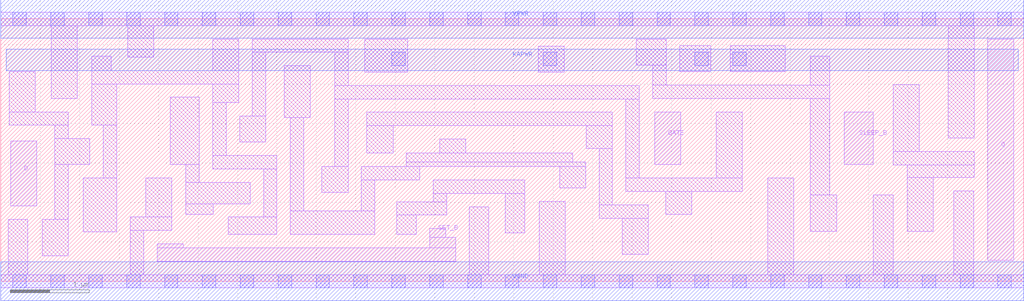
<source format=lef>
# Copyright 2020 The SkyWater PDK Authors
#
# Licensed under the Apache License, Version 2.0 (the "License");
# you may not use this file except in compliance with the License.
# You may obtain a copy of the License at
#
#     https://www.apache.org/licenses/LICENSE-2.0
#
# Unless required by applicable law or agreed to in writing, software
# distributed under the License is distributed on an "AS IS" BASIS,
# WITHOUT WARRANTIES OR CONDITIONS OF ANY KIND, either express or implied.
# See the License for the specific language governing permissions and
# limitations under the License.
#
# SPDX-License-Identifier: Apache-2.0

VERSION 5.7 ;
  NAMESCASESENSITIVE ON ;
  NOWIREEXTENSIONATPIN ON ;
  DIVIDERCHAR "/" ;
  BUSBITCHARS "[]" ;
UNITS
  DATABASE MICRONS 200 ;
END UNITS
MACRO sky130_fd_sc_lp__srdlstp_1
  CLASS CORE ;
  SOURCE USER ;
  FOREIGN sky130_fd_sc_lp__srdlstp_1 ;
  ORIGIN  0.000000  0.000000 ;
  SIZE  12.96000 BY  3.330000 ;
  SYMMETRY X Y R90 ;
  SITE unit ;
  PIN D
    ANTENNAGATEAREA  0.159000 ;
    DIRECTION INPUT ;
    USE SIGNAL ;
    PORT
      LAYER li1 ;
        RECT 0.125000 0.955000 0.455000 1.780000 ;
    END
  END D
  PIN Q
    ANTENNADIFFAREA  0.594300 ;
    DIRECTION OUTPUT ;
    USE SIGNAL ;
    PORT
      LAYER li1 ;
        RECT 12.505000 0.265000 12.835000 3.075000 ;
    END
  END Q
  PIN SET_B
    ANTENNAGATEAREA  0.409000 ;
    DIRECTION INPUT ;
    USE SIGNAL ;
    PORT
      LAYER li1 ;
        RECT 1.980000 0.255000 5.765000 0.425000 ;
        RECT 1.980000 0.425000 2.310000 0.475000 ;
        RECT 5.435000 0.425000 5.765000 0.560000 ;
        RECT 5.435000 0.560000 5.635000 0.670000 ;
    END
  END SET_B
  PIN SLEEP_B
    ANTENNAGATEAREA  0.598000 ;
    DIRECTION INPUT ;
    USE SIGNAL ;
    PORT
      LAYER li1 ;
        RECT 10.685000 1.480000 11.055000 2.150000 ;
    END
  END SLEEP_B
  PIN GATE
    ANTENNAGATEAREA  0.159000 ;
    DIRECTION INPUT ;
    USE CLOCK ;
    PORT
      LAYER li1 ;
        RECT 8.285000 1.480000 8.615000 2.150000 ;
    END
  END GATE
  PIN KAPWR
    DIRECTION INOUT ;
    USE POWER ;
    PORT
      LAYER met1 ;
        RECT 0.070000 2.675000 12.890000 2.945000 ;
    END
  END KAPWR
  PIN VGND
    DIRECTION INOUT ;
    USE GROUND ;
    PORT
      LAYER met1 ;
        RECT 0.000000 -0.245000 12.960000 0.245000 ;
    END
  END VGND
  PIN VPWR
    DIRECTION INOUT ;
    USE POWER ;
    PORT
      LAYER met1 ;
        RECT 0.000000 3.085000 12.960000 3.575000 ;
    END
  END VPWR
  OBS
    LAYER li1 ;
      RECT  0.000000 -0.085000 12.960000 0.085000 ;
      RECT  0.000000  3.245000 12.960000 3.415000 ;
      RECT  0.095000  0.085000  0.345000 0.785000 ;
      RECT  0.105000  1.980000  0.855000 2.150000 ;
      RECT  0.105000  2.150000  0.435000 2.660000 ;
      RECT  0.525000  0.325000  0.855000 0.785000 ;
      RECT  0.640000  2.320000  0.970000 3.245000 ;
      RECT  0.685000  0.785000  0.855000 1.480000 ;
      RECT  0.685000  1.480000  1.130000 1.810000 ;
      RECT  0.685000  1.810000  0.855000 1.980000 ;
      RECT  1.045000  0.630000  1.470000 1.310000 ;
      RECT  1.150000  1.980000  1.470000 2.505000 ;
      RECT  1.150000  2.505000  3.015000 2.675000 ;
      RECT  1.150000  2.675000  1.400000 2.860000 ;
      RECT  1.300000  1.310000  1.470000 1.980000 ;
      RECT  1.610000  2.845000  1.940000 3.245000 ;
      RECT  1.640000  0.085000  1.810000 0.645000 ;
      RECT  1.640000  0.645000  2.165000 0.815000 ;
      RECT  1.835000  0.815000  2.165000 1.310000 ;
      RECT  2.145000  1.480000  2.515000 2.335000 ;
      RECT  2.345000  0.850000  2.690000 0.985000 ;
      RECT  2.345000  0.985000  3.160000 1.255000 ;
      RECT  2.345000  1.255000  2.515000 1.480000 ;
      RECT  2.685000  1.425000  3.500000 1.595000 ;
      RECT  2.685000  1.595000  2.855000 2.265000 ;
      RECT  2.685000  2.265000  3.015000 2.505000 ;
      RECT  2.685000  2.675000  3.015000 3.075000 ;
      RECT  2.880000  0.595000  3.500000 0.815000 ;
      RECT  3.025000  1.765000  3.355000 2.095000 ;
      RECT  3.185000  2.095000  3.355000 2.905000 ;
      RECT  3.185000  2.905000  4.400000 3.075000 ;
      RECT  3.330000  0.815000  3.500000 1.425000 ;
      RECT  3.590000  2.075000  3.920000 2.735000 ;
      RECT  3.670000  0.595000  4.740000 0.895000 ;
      RECT  3.670000  0.895000  3.840000 2.075000 ;
      RECT  4.070000  1.125000  4.400000 1.455000 ;
      RECT  4.230000  1.455000  4.400000 2.315000 ;
      RECT  4.230000  2.315000  8.090000 2.485000 ;
      RECT  4.230000  2.485000  4.400000 2.905000 ;
      RECT  4.570000  0.895000  4.740000 1.285000 ;
      RECT  4.570000  1.285000  5.310000 1.455000 ;
      RECT  4.615000  2.655000  5.155000 3.075000 ;
      RECT  4.640000  1.625000  4.970000 1.975000 ;
      RECT  4.640000  1.975000  7.750000 2.145000 ;
      RECT  5.015000  0.595000  5.265000 0.840000 ;
      RECT  5.015000  0.840000  5.650000 1.010000 ;
      RECT  5.140000  1.455000  7.410000 1.515000 ;
      RECT  5.140000  1.515000  7.250000 1.625000 ;
      RECT  5.480000  1.010000  5.650000 1.115000 ;
      RECT  5.480000  1.115000  6.640000 1.285000 ;
      RECT  5.560000  1.625000  5.890000 1.805000 ;
      RECT  5.935000  0.085000  6.185000 0.945000 ;
      RECT  6.390000  0.615000  6.640000 1.115000 ;
      RECT  6.810000  2.655000  7.140000 2.985000 ;
      RECT  6.820000  0.085000  7.150000 1.015000 ;
      RECT  7.080000  1.185000  7.410000 1.455000 ;
      RECT  7.420000  1.685000  7.750000 1.975000 ;
      RECT  7.580000  0.800000  8.205000 0.970000 ;
      RECT  7.580000  0.970000  7.750000 1.685000 ;
      RECT  7.875000  0.340000  8.205000 0.800000 ;
      RECT  7.920000  1.140000  9.395000 1.310000 ;
      RECT  7.920000  1.310000  8.090000 2.315000 ;
      RECT  8.050000  2.745000  8.430000 3.075000 ;
      RECT  8.260000  2.320000 10.505000 2.490000 ;
      RECT  8.260000  2.490000  8.430000 2.745000 ;
      RECT  8.425000  0.850000  8.755000 1.140000 ;
      RECT  8.600000  2.660000  8.995000 2.990000 ;
      RECT  9.065000  1.310000  9.395000 2.150000 ;
      RECT  9.245000  2.660000  9.940000 2.990000 ;
      RECT  9.715000  0.085000 10.045000 1.310000 ;
      RECT 10.255000  0.635000 10.595000 1.095000 ;
      RECT 10.255000  1.095000 10.505000 2.320000 ;
      RECT 10.255000  2.490000 10.505000 2.860000 ;
      RECT 11.055000  0.085000 11.305000 1.095000 ;
      RECT 11.310000  1.475000 12.335000 1.645000 ;
      RECT 11.310000  1.645000 11.640000 2.495000 ;
      RECT 11.485000  0.635000 11.815000 1.315000 ;
      RECT 11.485000  1.315000 12.335000 1.475000 ;
      RECT 12.005000  1.815000 12.335000 3.245000 ;
      RECT 12.075000  0.085000 12.325000 1.145000 ;
    LAYER mcon ;
      RECT  0.155000 -0.085000  0.325000 0.085000 ;
      RECT  0.155000  3.245000  0.325000 3.415000 ;
      RECT  0.635000 -0.085000  0.805000 0.085000 ;
      RECT  0.635000  3.245000  0.805000 3.415000 ;
      RECT  1.115000 -0.085000  1.285000 0.085000 ;
      RECT  1.115000  3.245000  1.285000 3.415000 ;
      RECT  1.595000 -0.085000  1.765000 0.085000 ;
      RECT  1.595000  3.245000  1.765000 3.415000 ;
      RECT  2.075000 -0.085000  2.245000 0.085000 ;
      RECT  2.075000  3.245000  2.245000 3.415000 ;
      RECT  2.555000 -0.085000  2.725000 0.085000 ;
      RECT  2.555000  3.245000  2.725000 3.415000 ;
      RECT  3.035000 -0.085000  3.205000 0.085000 ;
      RECT  3.035000  3.245000  3.205000 3.415000 ;
      RECT  3.515000 -0.085000  3.685000 0.085000 ;
      RECT  3.515000  3.245000  3.685000 3.415000 ;
      RECT  3.995000 -0.085000  4.165000 0.085000 ;
      RECT  3.995000  3.245000  4.165000 3.415000 ;
      RECT  4.475000 -0.085000  4.645000 0.085000 ;
      RECT  4.475000  3.245000  4.645000 3.415000 ;
      RECT  4.955000 -0.085000  5.125000 0.085000 ;
      RECT  4.955000  2.735000  5.125000 2.905000 ;
      RECT  4.955000  3.245000  5.125000 3.415000 ;
      RECT  5.435000 -0.085000  5.605000 0.085000 ;
      RECT  5.435000  3.245000  5.605000 3.415000 ;
      RECT  5.915000 -0.085000  6.085000 0.085000 ;
      RECT  5.915000  3.245000  6.085000 3.415000 ;
      RECT  6.395000 -0.085000  6.565000 0.085000 ;
      RECT  6.395000  3.245000  6.565000 3.415000 ;
      RECT  6.875000 -0.085000  7.045000 0.085000 ;
      RECT  6.875000  2.735000  7.045000 2.905000 ;
      RECT  6.875000  3.245000  7.045000 3.415000 ;
      RECT  7.355000 -0.085000  7.525000 0.085000 ;
      RECT  7.355000  3.245000  7.525000 3.415000 ;
      RECT  7.835000 -0.085000  8.005000 0.085000 ;
      RECT  7.835000  3.245000  8.005000 3.415000 ;
      RECT  8.315000 -0.085000  8.485000 0.085000 ;
      RECT  8.315000  3.245000  8.485000 3.415000 ;
      RECT  8.795000 -0.085000  8.965000 0.085000 ;
      RECT  8.795000  2.735000  8.965000 2.905000 ;
      RECT  8.795000  3.245000  8.965000 3.415000 ;
      RECT  9.275000 -0.085000  9.445000 0.085000 ;
      RECT  9.275000  2.735000  9.445000 2.905000 ;
      RECT  9.275000  3.245000  9.445000 3.415000 ;
      RECT  9.755000 -0.085000  9.925000 0.085000 ;
      RECT  9.755000  3.245000  9.925000 3.415000 ;
      RECT 10.235000 -0.085000 10.405000 0.085000 ;
      RECT 10.235000  3.245000 10.405000 3.415000 ;
      RECT 10.715000 -0.085000 10.885000 0.085000 ;
      RECT 10.715000  3.245000 10.885000 3.415000 ;
      RECT 11.195000 -0.085000 11.365000 0.085000 ;
      RECT 11.195000  3.245000 11.365000 3.415000 ;
      RECT 11.675000 -0.085000 11.845000 0.085000 ;
      RECT 11.675000  3.245000 11.845000 3.415000 ;
      RECT 12.155000 -0.085000 12.325000 0.085000 ;
      RECT 12.155000  3.245000 12.325000 3.415000 ;
      RECT 12.635000 -0.085000 12.805000 0.085000 ;
      RECT 12.635000  3.245000 12.805000 3.415000 ;
  END
END sky130_fd_sc_lp__srdlstp_1
END LIBRARY

</source>
